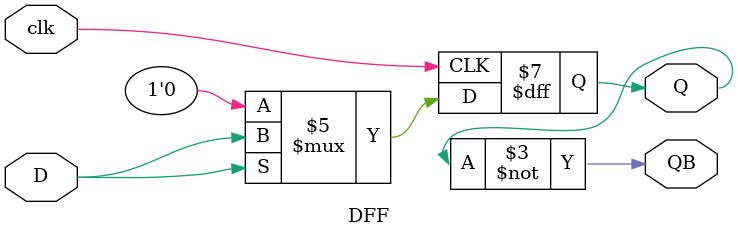
<source format=v>
module DFF(clk,Q,QB,D);
input clk,D;
output Q,QB;
reg Q;
always@(posedge clk )
  if(D==1)
    Q<=D;
  else Q<=0;
assign QB=~Q;
endmodule

</source>
